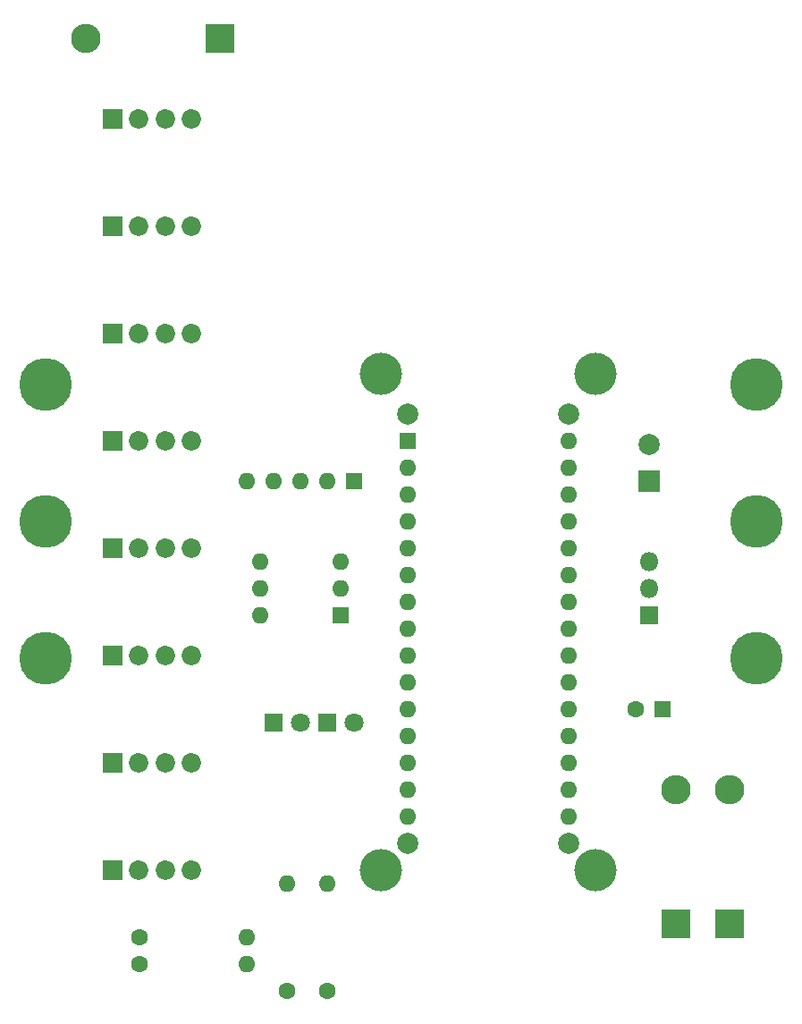
<source format=gtl>
G04 #@! TF.FileFunction,Copper,L1,Top,Signal*
%FSLAX46Y46*%
G04 Gerber Fmt 4.6, Leading zero omitted, Abs format (unit mm)*
G04 Created by KiCad (PCBNEW 4.0.7) date 03/09/18 13:05:57*
%MOMM*%
%LPD*%
G01*
G04 APERTURE LIST*
%ADD10C,0.200000*%
%ADD11R,1.800000X1.800000*%
%ADD12O,1.800000X1.800000*%
%ADD13R,2.800000X2.800000*%
%ADD14O,2.800000X2.800000*%
%ADD15R,2.000000X2.000000*%
%ADD16C,2.000000*%
%ADD17R,1.600000X1.600000*%
%ADD18O,1.600000X1.600000*%
%ADD19C,1.800000*%
%ADD20C,1.600000*%
%ADD21R,1.850000X1.850000*%
%ADD22C,1.850000*%
%ADD23C,5.000000*%
%ADD24C,4.000000*%
G04 APERTURE END LIST*
D10*
D11*
X191770000Y-125730000D03*
D12*
X191770000Y-123190000D03*
X191770000Y-120650000D03*
D13*
X199390000Y-154940000D03*
D14*
X199390000Y-142240000D03*
D15*
X191770000Y-113030000D03*
D16*
X191770000Y-109530000D03*
D17*
X163830000Y-113030000D03*
D18*
X161290000Y-113030000D03*
X158750000Y-113030000D03*
X156210000Y-113030000D03*
X153670000Y-113030000D03*
D11*
X156210000Y-135890000D03*
D19*
X158750000Y-135890000D03*
D11*
X161290000Y-135890000D03*
D19*
X163830000Y-135890000D03*
D20*
X157480000Y-161290000D03*
D18*
X157480000Y-151130000D03*
D20*
X161290000Y-161290000D03*
D18*
X161290000Y-151130000D03*
D17*
X193040000Y-134620000D03*
D20*
X190540000Y-134620000D03*
X143510000Y-158750000D03*
D18*
X153670000Y-158750000D03*
D20*
X143510000Y-156210000D03*
D18*
X153670000Y-156210000D03*
D13*
X194310000Y-154940000D03*
D14*
X194310000Y-142240000D03*
D13*
X151130000Y-71120000D03*
D14*
X138430000Y-71120000D03*
D17*
X162560000Y-125730000D03*
D18*
X154940000Y-120650000D03*
X162560000Y-123190000D03*
X154940000Y-123190000D03*
X162560000Y-120650000D03*
X154940000Y-125730000D03*
D21*
X140970000Y-78740000D03*
D22*
X143470000Y-78740000D03*
X145970000Y-78740000D03*
X148470000Y-78740000D03*
D21*
X140970000Y-88900000D03*
D22*
X143470000Y-88900000D03*
X145970000Y-88900000D03*
X148470000Y-88900000D03*
D21*
X140970000Y-99060000D03*
D22*
X143470000Y-99060000D03*
X145970000Y-99060000D03*
X148470000Y-99060000D03*
D21*
X140970000Y-109220000D03*
D22*
X143470000Y-109220000D03*
X145970000Y-109220000D03*
X148470000Y-109220000D03*
D21*
X140970000Y-119380000D03*
D22*
X143470000Y-119380000D03*
X145970000Y-119380000D03*
X148470000Y-119380000D03*
D21*
X140970000Y-129540000D03*
D22*
X143470000Y-129540000D03*
X145970000Y-129540000D03*
X148470000Y-129540000D03*
D21*
X140970000Y-149860000D03*
D22*
X143470000Y-149860000D03*
X145970000Y-149860000D03*
X148470000Y-149860000D03*
D21*
X140970000Y-139700000D03*
D22*
X143470000Y-139700000D03*
X145970000Y-139700000D03*
X148470000Y-139700000D03*
D23*
X134620000Y-116840000D03*
X134620000Y-103886000D03*
X134620000Y-129794000D03*
X201930000Y-116840000D03*
X201930000Y-103886000D03*
X201930000Y-129794000D03*
D24*
X166370000Y-149860000D03*
X186690000Y-149860000D03*
X166370000Y-102870000D03*
X186690000Y-102870000D03*
D17*
X168910000Y-109220000D03*
D18*
X184150000Y-142240000D03*
X168910000Y-111760000D03*
X184150000Y-139700000D03*
X168910000Y-114300000D03*
X184150000Y-137160000D03*
X168910000Y-116840000D03*
X184150000Y-134620000D03*
X168910000Y-119380000D03*
X184150000Y-132080000D03*
X168910000Y-121920000D03*
X184150000Y-129540000D03*
X168910000Y-124460000D03*
X184150000Y-127000000D03*
X168910000Y-127000000D03*
X184150000Y-124460000D03*
X168910000Y-129540000D03*
X184150000Y-121920000D03*
X168910000Y-132080000D03*
X184150000Y-119380000D03*
X168910000Y-134620000D03*
X184150000Y-116840000D03*
X168910000Y-137160000D03*
X184150000Y-114300000D03*
X168910000Y-139700000D03*
X184150000Y-111760000D03*
X168910000Y-142240000D03*
X184150000Y-109220000D03*
X168910000Y-144780000D03*
X184150000Y-144780000D03*
D16*
X168910000Y-106680000D03*
X184150000Y-106680000D03*
X184150000Y-147320000D03*
X168910000Y-147320000D03*
M02*

</source>
